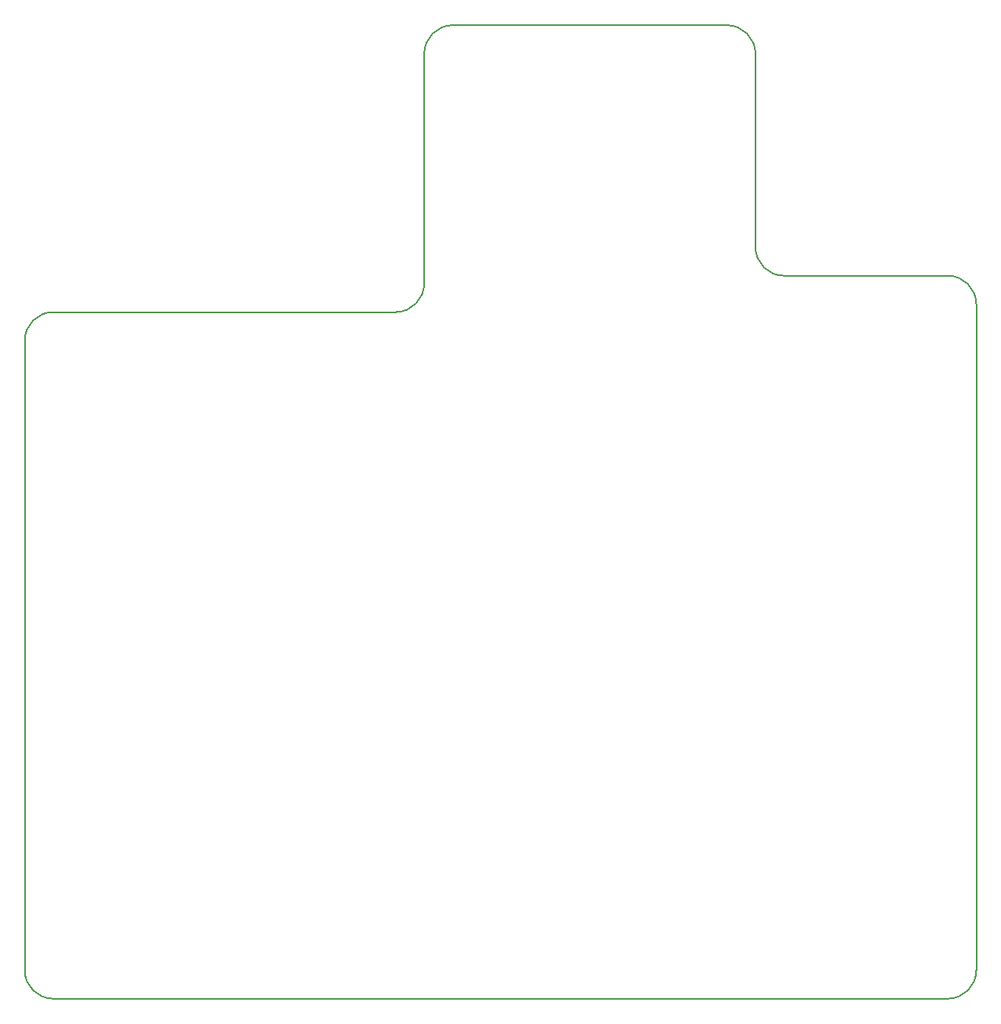
<source format=gbr>
G04 #@! TF.GenerationSoftware,KiCad,Pcbnew,5.0.2+dfsg1-1*
G04 #@! TF.CreationDate,2019-10-08T03:24:47-04:00*
G04 #@! TF.ProjectId,DSC_motor_controller,4453435f-6d6f-4746-9f72-5f636f6e7472,1*
G04 #@! TF.SameCoordinates,Original*
G04 #@! TF.FileFunction,Profile,NP*
%FSLAX46Y46*%
G04 Gerber Fmt 4.6, Leading zero omitted, Abs format (unit mm)*
G04 Created by KiCad (PCBNEW 5.0.2+dfsg1-1) date Tue 08 Oct 2019 03:24:47 AM EDT*
%MOMM*%
%LPD*%
G01*
G04 APERTURE LIST*
%ADD10C,0.200000*%
G04 APERTURE END LIST*
D10*
X87250000Y-143048455D02*
X186900000Y-143048455D01*
X128575000Y-37800000D02*
G75*
G02X131750000Y-34625000I3175000J0D01*
G01*
X128575000Y-37800000D02*
X128575000Y-63400000D01*
X128575000Y-63400000D02*
G75*
G02X125400000Y-66575000I-3175000J0D01*
G01*
X125400000Y-66575000D02*
X87250000Y-66575000D01*
X84075000Y-69750000D02*
G75*
G02X87250000Y-66575000I3175000J0D01*
G01*
X84075000Y-69750000D02*
X84075000Y-139873455D01*
X87250000Y-143048455D02*
G75*
G02X84075000Y-139873455I0J3175000D01*
G01*
X162300000Y-34625000D02*
X131750000Y-34625000D01*
X190075000Y-139873455D02*
G75*
G02X186900000Y-143048455I-3175000J0D01*
G01*
X190075000Y-139873455D02*
X190075000Y-65700000D01*
X186900000Y-62525000D02*
G75*
G02X190075000Y-65700000I0J-3175000D01*
G01*
X186900000Y-62525000D02*
X168650000Y-62525000D01*
X168650000Y-62525000D02*
G75*
G02X165475000Y-59350000I0J3175000D01*
G01*
X165475000Y-59350000D02*
X165475000Y-37800000D01*
X162300000Y-34625000D02*
G75*
G02X165475000Y-37800000I0J-3175000D01*
G01*
M02*

</source>
